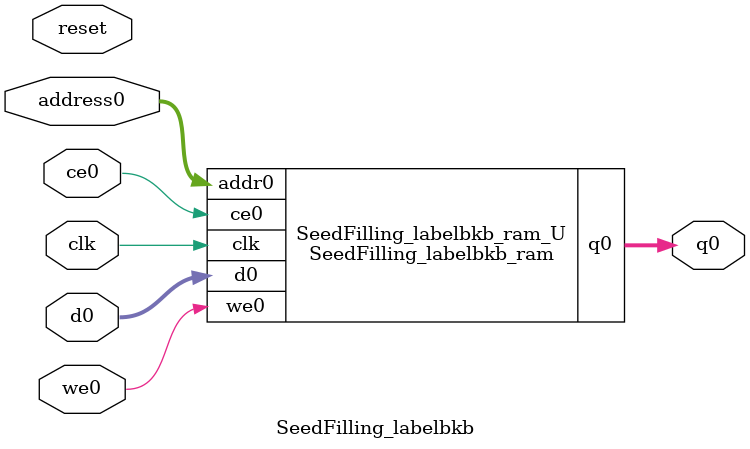
<source format=v>

`timescale 1 ns / 1 ps
module SeedFilling_labelbkb_ram (addr0, ce0, d0, we0, q0,  clk);

parameter DWIDTH = 8;
parameter AWIDTH = 18;
parameter MEM_SIZE = 250000;

input[AWIDTH-1:0] addr0;
input ce0;
input[DWIDTH-1:0] d0;
input we0;
output reg[DWIDTH-1:0] q0;
input clk;

(* ram_style = "block" *)reg [DWIDTH-1:0] ram[0:MEM_SIZE-1];




always @(posedge clk)  
begin 
    if (ce0) 
    begin
        if (we0) 
        begin 
            ram[addr0] <= d0; 
            q0 <= d0;
        end 
        else 
            q0 <= ram[addr0];
    end
end


endmodule


`timescale 1 ns / 1 ps
module SeedFilling_labelbkb(
    reset,
    clk,
    address0,
    ce0,
    we0,
    d0,
    q0);

parameter DataWidth = 32'd8;
parameter AddressRange = 32'd250000;
parameter AddressWidth = 32'd18;
input reset;
input clk;
input[AddressWidth - 1:0] address0;
input ce0;
input we0;
input[DataWidth - 1:0] d0;
output[DataWidth - 1:0] q0;



SeedFilling_labelbkb_ram SeedFilling_labelbkb_ram_U(
    .clk( clk ),
    .addr0( address0 ),
    .ce0( ce0 ),
    .we0( we0 ),
    .d0( d0 ),
    .q0( q0 ));

endmodule


</source>
